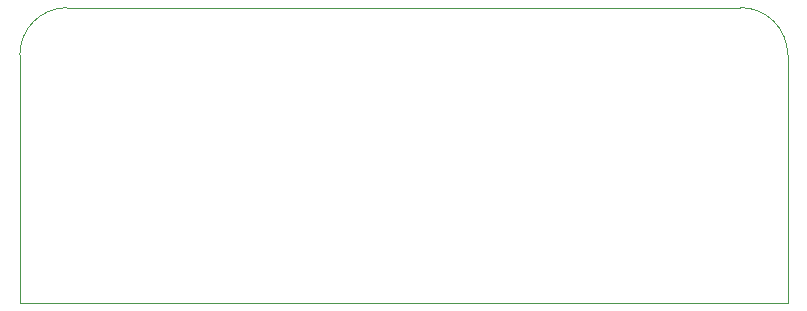
<source format=gbr>
%TF.GenerationSoftware,KiCad,Pcbnew,5.99.0-unknown-a8672dd2f9~128~ubuntu20.04.1*%
%TF.CreationDate,2021-05-09T18:34:16+01:00*%
%TF.ProjectId,usbpd_powerbank,75736270-645f-4706-9f77-657262616e6b,rev?*%
%TF.SameCoordinates,Original*%
%TF.FileFunction,Profile,NP*%
%FSLAX46Y46*%
G04 Gerber Fmt 4.6, Leading zero omitted, Abs format (unit mm)*
G04 Created by KiCad (PCBNEW 5.99.0-unknown-a8672dd2f9~128~ubuntu20.04.1) date 2021-05-09 18:34:16*
%MOMM*%
%LPD*%
G01*
G04 APERTURE LIST*
%TA.AperFunction,Profile*%
%ADD10C,0.100000*%
%TD*%
G04 APERTURE END LIST*
D10*
X76488427Y-59988427D02*
X133501573Y-59988427D01*
X133501573Y-59988427D02*
G75*
G02*
X137501573Y-63988427I0J-4000000D01*
G01*
X76488427Y-59988427D02*
G75*
G03*
X72488427Y-63988427I0J-4000000D01*
G01*
X72500000Y-85000000D02*
X72488427Y-63988427D01*
X137501573Y-63988427D02*
X137500000Y-85000000D01*
X137500000Y-85000000D02*
X72500000Y-85000000D01*
M02*

</source>
